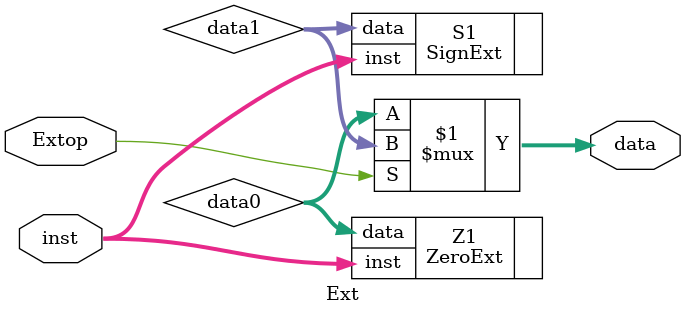
<source format=v>
`timescale 1ns / 1ps


module Ext(
    input Extop,
    input [15:0] inst,
    output wire [31:0] data
    );
    
    wire [31:0] data0;
    wire [31:0] data1;
    
    ZeroExt Z1(
        .inst(inst),
        .data(data0)
    );
    
    SignExt S1(
        .inst(inst),
        .data(data1)
    );
    
    assign data = (Extop) ? (data1) : (data0);
    
endmodule

</source>
